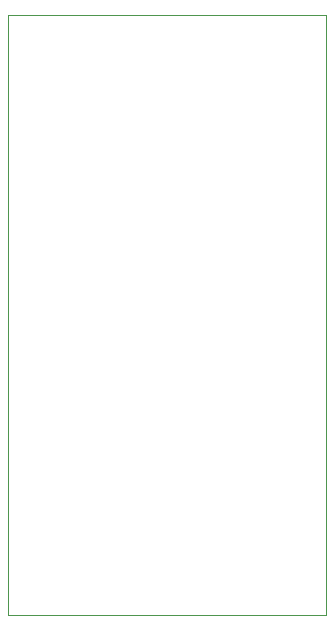
<source format=gbr>
%TF.GenerationSoftware,KiCad,Pcbnew,9.0.0*%
%TF.CreationDate,2025-03-31T20:31:44+01:00*%
%TF.ProjectId,TubeAdaptor,54756265-4164-4617-9074-6f722e6b6963,02a*%
%TF.SameCoordinates,Original*%
%TF.FileFunction,Profile,NP*%
%FSLAX46Y46*%
G04 Gerber Fmt 4.6, Leading zero omitted, Abs format (unit mm)*
G04 Created by KiCad (PCBNEW 9.0.0) date 2025-03-31 20:31:44*
%MOMM*%
%LPD*%
G01*
G04 APERTURE LIST*
%TA.AperFunction,Profile*%
%ADD10C,0.050000*%
%TD*%
G04 APERTURE END LIST*
D10*
X123088400Y-105410000D02*
X123088400Y-54610000D01*
X150012400Y-54610000D02*
X123088400Y-54610000D01*
X150012400Y-105410000D02*
X150012400Y-54610000D01*
X123088400Y-105410000D02*
X150012400Y-105410000D01*
M02*

</source>
